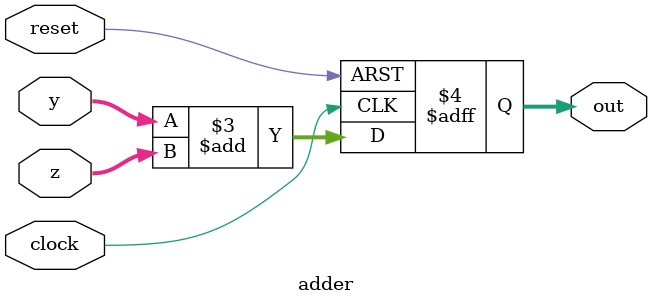
<source format=v>
`timescale 1ns/10ps

module adder (
    out,
    y,
    z,
    clock,
    reset
);


output [31:0] out;
reg [31:0] out;
input [31:0] y;
input [31:0] z;
input clock;
input reset;




always @(posedge clock, negedge reset) begin: ADDER_ADDE
    if (reset == 0) begin
        out <= 0;
    end
    else begin
        out <= (y + z);
    end
end

endmodule

</source>
